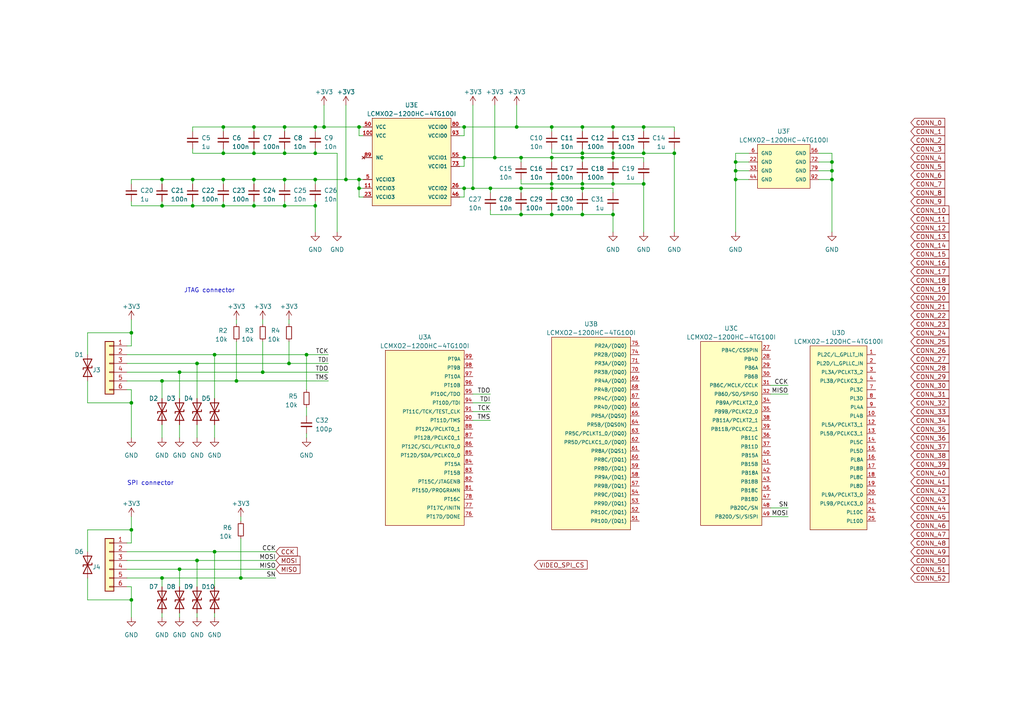
<source format=kicad_sch>
(kicad_sch (version 20220126) (generator eeschema)
  (paper "A4")
  (junction (at 82.55 59.69))
  (junction (at 151.13 54.61))
  (junction (at 38.1 173.99))
  (junction (at 177.8 62.23))
  (junction (at 186.69 36.83))
  (junction (at 64.77 59.69))
  (junction (at 160.02 45.72))
  (junction (at 82.55 44.45))
  (junction (at 134.62 36.83))
  (junction (at 241.3 49.53))
  (junction (at 195.58 44.45))
  (junction (at 91.44 59.69))
  (junction (at 62.23 160.02))
  (junction (at 55.88 52.07))
  (junction (at 46.99 52.07))
  (junction (at 55.88 59.69))
  (junction (at 160.02 54.61))
  (junction (at 82.55 52.07))
  (junction (at 64.77 44.45))
  (junction (at 100.33 52.07))
  (junction (at 46.99 59.69))
  (junction (at 73.66 44.45))
  (junction (at 91.44 52.07))
  (junction (at 46.99 167.64))
  (junction (at 168.91 54.61))
  (junction (at 160.02 62.23))
  (junction (at 142.24 54.61))
  (junction (at 168.91 44.45))
  (junction (at 57.15 162.56))
  (junction (at 91.44 36.83))
  (junction (at 160.02 53.34))
  (junction (at 241.3 46.99))
  (junction (at 83.82 105.41))
  (junction (at 177.8 45.72))
  (junction (at 213.36 52.07))
  (junction (at 46.99 110.49))
  (junction (at 134.62 45.72))
  (junction (at 213.36 49.53))
  (junction (at 64.77 36.83))
  (junction (at 143.51 45.72))
  (junction (at 82.55 36.83))
  (junction (at 73.66 36.83))
  (junction (at 168.91 36.83))
  (junction (at 151.13 45.72))
  (junction (at 137.16 54.61))
  (junction (at 73.66 59.69))
  (junction (at 69.85 167.64))
  (junction (at 104.14 36.83))
  (junction (at 149.86 36.83))
  (junction (at 168.91 45.72))
  (junction (at 151.13 62.23))
  (junction (at 62.23 102.87))
  (junction (at 38.1 153.67))
  (junction (at 134.62 54.61))
  (junction (at 186.69 53.34))
  (junction (at 68.58 110.49))
  (junction (at 177.8 53.34))
  (junction (at 186.69 44.45))
  (junction (at 241.3 52.07))
  (junction (at 52.07 107.95))
  (junction (at 168.91 53.34))
  (junction (at 38.1 96.52))
  (junction (at 160.02 36.83))
  (junction (at 104.14 54.61))
  (junction (at 52.07 165.1))
  (junction (at 177.8 44.45))
  (junction (at 104.14 52.07))
  (junction (at 64.77 52.07))
  (junction (at 93.98 36.83))
  (junction (at 73.66 52.07))
  (junction (at 91.44 44.45))
  (junction (at 177.8 36.83))
  (junction (at 88.9 102.87))
  (junction (at 168.91 62.23))
  (junction (at 76.2 107.95))
  (junction (at 213.36 46.99))
  (junction (at 38.1 116.84))
  (junction (at 57.15 105.41))
  (wire (pts (xy 57.15 105.41) (xy 57.15 115.57)))
  (wire (pts (xy 38.1 153.67) (xy 38.1 157.48)))
  (wire (pts (xy 25.4 160.02) (xy 25.4 153.67)))
  (wire (pts (xy 38.1 170.18) (xy 36.83 170.18)))
  (wire (pts (xy 73.66 36.83) (xy 73.66 38.1)))
  (wire (pts (xy 134.62 45.72) (xy 143.51 45.72)))
  (wire (pts (xy 186.69 36.83) (xy 195.58 36.83)))
  (wire (pts (xy 91.44 59.69) (xy 82.55 59.69)))
  (wire (pts (xy 46.99 52.07) (xy 46.99 53.34)))
  (wire (pts (xy 104.14 52.07) (xy 104.14 54.61)))
  (wire (pts (xy 213.36 44.45) (xy 217.17 44.45)))
  (wire (pts (xy 137.16 121.92) (xy 142.24 121.92)))
  (wire (pts (xy 36.83 162.56) (xy 57.15 162.56)))
  (wire (pts (xy 68.58 99.06) (xy 68.58 110.49)))
  (wire (pts (xy 241.3 52.07) (xy 241.3 67.31)))
  (wire (pts (xy 213.36 49.53) (xy 213.36 52.07)))
  (wire (pts (xy 97.79 44.45) (xy 97.79 67.31)))
  (wire (pts (xy 82.55 58.42) (xy 82.55 59.69)))
  (wire (pts (xy 168.91 45.72) (xy 168.91 46.99)))
  (wire (pts (xy 46.99 123.19) (xy 46.99 127)))
  (wire (pts (xy 69.85 156.21) (xy 69.85 167.64)))
  (wire (pts (xy 25.4 96.52) (xy 38.1 96.52)))
  (wire (pts (xy 88.9 102.87) (xy 88.9 113.03)))
  (wire (pts (xy 38.1 149.86) (xy 38.1 153.67)))
  (wire (pts (xy 186.69 44.45) (xy 195.58 44.45)))
  (wire (pts (xy 186.69 53.34) (xy 186.69 67.31)))
  (wire (pts (xy 223.52 111.76) (xy 228.6 111.76)))
  (wire (pts (xy 134.62 54.61) (xy 134.62 57.15)))
  (wire (pts (xy 55.88 59.69) (xy 46.99 59.69)))
  (wire (pts (xy 186.69 43.18) (xy 186.69 44.45)))
  (wire (pts (xy 160.02 36.83) (xy 160.02 38.1)))
  (wire (pts (xy 62.23 177.8) (xy 62.23 179.07)))
  (wire (pts (xy 177.8 54.61) (xy 177.8 55.88)))
  (wire (pts (xy 91.44 43.18) (xy 91.44 44.45)))
  (wire (pts (xy 55.88 58.42) (xy 55.88 59.69)))
  (wire (pts (xy 143.51 45.72) (xy 151.13 45.72)))
  (wire (pts (xy 64.77 36.83) (xy 64.77 38.1)))
  (wire (pts (xy 64.77 59.69) (xy 55.88 59.69)))
  (wire (pts (xy 177.8 36.83) (xy 177.8 38.1)))
  (wire (pts (xy 137.16 30.48) (xy 137.16 54.61)))
  (wire (pts (xy 241.3 44.45) (xy 237.49 44.45)))
  (wire (pts (xy 88.9 125.73) (xy 88.9 127)))
  (wire (pts (xy 168.91 62.23) (xy 177.8 62.23)))
  (wire (pts (xy 36.83 165.1) (xy 52.07 165.1)))
  (wire (pts (xy 149.86 30.48) (xy 149.86 36.83)))
  (wire (pts (xy 25.4 102.87) (xy 25.4 96.52)))
  (wire (pts (xy 168.91 43.18) (xy 168.91 44.45)))
  (wire (pts (xy 62.23 102.87) (xy 62.23 115.57)))
  (wire (pts (xy 213.36 44.45) (xy 213.36 46.99)))
  (wire (pts (xy 83.82 105.41) (xy 95.25 105.41)))
  (wire (pts (xy 36.83 107.95) (xy 52.07 107.95)))
  (wire (pts (xy 223.52 114.3) (xy 228.6 114.3)))
  (wire (pts (xy 57.15 105.41) (xy 83.82 105.41)))
  (wire (pts (xy 105.41 39.37) (xy 104.14 39.37)))
  (wire (pts (xy 64.77 43.18) (xy 64.77 44.45)))
  (wire (pts (xy 241.3 49.53) (xy 237.49 49.53)))
  (wire (pts (xy 38.1 157.48) (xy 36.83 157.48)))
  (wire (pts (xy 104.14 54.61) (xy 104.14 57.15)))
  (wire (pts (xy 82.55 36.83) (xy 73.66 36.83)))
  (wire (pts (xy 25.4 167.64) (xy 25.4 173.99)))
  (wire (pts (xy 68.58 110.49) (xy 95.25 110.49)))
  (wire (pts (xy 91.44 52.07) (xy 82.55 52.07)))
  (wire (pts (xy 38.1 173.99) (xy 38.1 179.07)))
  (wire (pts (xy 168.91 54.61) (xy 177.8 54.61)))
  (wire (pts (xy 151.13 60.96) (xy 151.13 62.23)))
  (wire (pts (xy 168.91 54.61) (xy 168.91 55.88)))
  (wire (pts (xy 64.77 58.42) (xy 64.77 59.69)))
  (wire (pts (xy 177.8 62.23) (xy 177.8 67.31)))
  (wire (pts (xy 104.14 39.37) (xy 104.14 36.83)))
  (wire (pts (xy 160.02 45.72) (xy 168.91 45.72)))
  (wire (pts (xy 73.66 52.07) (xy 64.77 52.07)))
  (wire (pts (xy 151.13 54.61) (xy 151.13 55.88)))
  (wire (pts (xy 55.88 36.83) (xy 55.88 38.1)))
  (wire (pts (xy 25.4 116.84) (xy 38.1 116.84)))
  (wire (pts (xy 46.99 177.8) (xy 46.99 179.07)))
  (wire (pts (xy 168.91 45.72) (xy 177.8 45.72)))
  (wire (pts (xy 55.88 44.45) (xy 55.88 43.18)))
  (wire (pts (xy 134.62 48.26) (xy 134.62 45.72)))
  (wire (pts (xy 57.15 177.8) (xy 57.15 179.07)))
  (wire (pts (xy 137.16 119.38) (xy 142.24 119.38)))
  (wire (pts (xy 168.91 44.45) (xy 177.8 44.45)))
  (wire (pts (xy 213.36 46.99) (xy 217.17 46.99)))
  (wire (pts (xy 62.23 160.02) (xy 62.23 170.18)))
  (wire (pts (xy 62.23 123.19) (xy 62.23 127)))
  (wire (pts (xy 38.1 170.18) (xy 38.1 173.99)))
  (wire (pts (xy 38.1 59.69) (xy 38.1 58.42)))
  (wire (pts (xy 142.24 54.61) (xy 151.13 54.61)))
  (wire (pts (xy 241.3 46.99) (xy 237.49 46.99)))
  (wire (pts (xy 143.51 30.48) (xy 143.51 45.72)))
  (wire (pts (xy 46.99 110.49) (xy 46.99 115.57)))
  (wire (pts (xy 168.91 36.83) (xy 168.91 38.1)))
  (wire (pts (xy 149.86 36.83) (xy 160.02 36.83)))
  (wire (pts (xy 104.14 54.61) (xy 105.41 54.61)))
  (wire (pts (xy 100.33 30.48) (xy 100.33 52.07)))
  (wire (pts (xy 80.01 165.1) (xy 52.07 165.1)))
  (wire (pts (xy 137.16 54.61) (xy 142.24 54.61)))
  (wire (pts (xy 38.1 113.03) (xy 38.1 116.84)))
  (wire (pts (xy 76.2 107.95) (xy 95.25 107.95)))
  (wire (pts (xy 36.83 110.49) (xy 46.99 110.49)))
  (wire (pts (xy 25.4 110.49) (xy 25.4 116.84)))
  (wire (pts (xy 195.58 36.83) (xy 195.58 38.1)))
  (wire (pts (xy 195.58 44.45) (xy 195.58 43.18)))
  (wire (pts (xy 76.2 99.06) (xy 76.2 107.95)))
  (wire (pts (xy 46.99 52.07) (xy 38.1 52.07)))
  (wire (pts (xy 133.35 48.26) (xy 134.62 48.26)))
  (wire (pts (xy 134.62 39.37) (xy 134.62 36.83)))
  (wire (pts (xy 38.1 92.71) (xy 38.1 96.52)))
  (wire (pts (xy 91.44 36.83) (xy 93.98 36.83)))
  (wire (pts (xy 93.98 36.83) (xy 104.14 36.83)))
  (wire (pts (xy 160.02 60.96) (xy 160.02 62.23)))
  (wire (pts (xy 55.88 52.07) (xy 46.99 52.07)))
  (wire (pts (xy 69.85 167.64) (xy 46.99 167.64)))
  (wire (pts (xy 213.36 49.53) (xy 217.17 49.53)))
  (wire (pts (xy 64.77 36.83) (xy 55.88 36.83)))
  (wire (pts (xy 137.16 114.3) (xy 142.24 114.3)))
  (wire (pts (xy 100.33 52.07) (xy 104.14 52.07)))
  (wire (pts (xy 142.24 54.61) (xy 142.24 55.88)))
  (wire (pts (xy 52.07 123.19) (xy 52.07 127)))
  (wire (pts (xy 160.02 45.72) (xy 160.02 46.99)))
  (wire (pts (xy 52.07 177.8) (xy 52.07 179.07)))
  (wire (pts (xy 151.13 53.34) (xy 160.02 53.34)))
  (wire (pts (xy 73.66 59.69) (xy 64.77 59.69)))
  (wire (pts (xy 38.1 116.84) (xy 38.1 127)))
  (wire (pts (xy 52.07 107.95) (xy 76.2 107.95)))
  (wire (pts (xy 133.35 45.72) (xy 134.62 45.72)))
  (wire (pts (xy 160.02 53.34) (xy 168.91 53.34)))
  (wire (pts (xy 168.91 60.96) (xy 168.91 62.23)))
  (wire (pts (xy 241.3 44.45) (xy 241.3 46.99)))
  (wire (pts (xy 177.8 53.34) (xy 186.69 53.34)))
  (wire (pts (xy 73.66 36.83) (xy 64.77 36.83)))
  (wire (pts (xy 241.3 52.07) (xy 237.49 52.07)))
  (wire (pts (xy 73.66 52.07) (xy 73.66 53.34)))
  (wire (pts (xy 168.91 52.07) (xy 168.91 53.34)))
  (wire (pts (xy 151.13 54.61) (xy 160.02 54.61)))
  (wire (pts (xy 241.3 46.99) (xy 241.3 49.53)))
  (wire (pts (xy 25.4 173.99) (xy 38.1 173.99)))
  (wire (pts (xy 82.55 59.69) (xy 73.66 59.69)))
  (wire (pts (xy 160.02 43.18) (xy 160.02 44.45)))
  (wire (pts (xy 151.13 52.07) (xy 151.13 53.34)))
  (wire (pts (xy 46.99 58.42) (xy 46.99 59.69)))
  (wire (pts (xy 213.36 52.07) (xy 217.17 52.07)))
  (wire (pts (xy 80.01 167.64) (xy 69.85 167.64)))
  (wire (pts (xy 177.8 44.45) (xy 186.69 44.45)))
  (wire (pts (xy 177.8 43.18) (xy 177.8 44.45)))
  (wire (pts (xy 25.4 153.67) (xy 38.1 153.67)))
  (wire (pts (xy 64.77 52.07) (xy 64.77 53.34)))
  (wire (pts (xy 91.44 52.07) (xy 91.44 53.34)))
  (wire (pts (xy 133.35 57.15) (xy 134.62 57.15)))
  (wire (pts (xy 160.02 54.61) (xy 168.91 54.61)))
  (wire (pts (xy 52.07 107.95) (xy 52.07 115.57)))
  (wire (pts (xy 64.77 44.45) (xy 55.88 44.45)))
  (wire (pts (xy 38.1 113.03) (xy 36.83 113.03)))
  (wire (pts (xy 142.24 60.96) (xy 142.24 62.23)))
  (wire (pts (xy 91.44 44.45) (xy 82.55 44.45)))
  (wire (pts (xy 36.83 105.41) (xy 57.15 105.41)))
  (wire (pts (xy 133.35 36.83) (xy 134.62 36.83)))
  (wire (pts (xy 76.2 92.71) (xy 76.2 93.98)))
  (wire (pts (xy 68.58 92.71) (xy 68.58 93.98)))
  (wire (pts (xy 186.69 36.83) (xy 186.69 38.1)))
  (wire (pts (xy 57.15 162.56) (xy 57.15 170.18)))
  (wire (pts (xy 213.36 52.07) (xy 213.36 67.31)))
  (wire (pts (xy 62.23 102.87) (xy 88.9 102.87)))
  (wire (pts (xy 91.44 36.83) (xy 91.44 38.1)))
  (wire (pts (xy 168.91 53.34) (xy 177.8 53.34)))
  (wire (pts (xy 133.35 39.37) (xy 134.62 39.37)))
  (wire (pts (xy 177.8 62.23) (xy 177.8 60.96)))
  (wire (pts (xy 73.66 43.18) (xy 73.66 44.45)))
  (wire (pts (xy 52.07 165.1) (xy 52.07 170.18)))
  (wire (pts (xy 134.62 54.61) (xy 137.16 54.61)))
  (wire (pts (xy 82.55 36.83) (xy 82.55 38.1)))
  (wire (pts (xy 186.69 45.72) (xy 186.69 46.99)))
  (wire (pts (xy 177.8 36.83) (xy 186.69 36.83)))
  (wire (pts (xy 91.44 52.07) (xy 100.33 52.07)))
  (wire (pts (xy 82.55 43.18) (xy 82.55 44.45)))
  (wire (pts (xy 195.58 44.45) (xy 195.58 67.31)))
  (wire (pts (xy 160.02 36.83) (xy 168.91 36.83)))
  (wire (pts (xy 168.91 36.83) (xy 177.8 36.83)))
  (wire (pts (xy 177.8 52.07) (xy 177.8 53.34)))
  (wire (pts (xy 82.55 52.07) (xy 82.55 53.34)))
  (wire (pts (xy 88.9 118.11) (xy 88.9 120.65)))
  (wire (pts (xy 151.13 45.72) (xy 160.02 45.72)))
  (wire (pts (xy 82.55 52.07) (xy 73.66 52.07)))
  (wire (pts (xy 134.62 36.83) (xy 149.86 36.83)))
  (wire (pts (xy 137.16 116.84) (xy 142.24 116.84)))
  (wire (pts (xy 38.1 100.33) (xy 36.83 100.33)))
  (wire (pts (xy 46.99 110.49) (xy 68.58 110.49)))
  (wire (pts (xy 83.82 99.06) (xy 83.82 105.41)))
  (wire (pts (xy 82.55 44.45) (xy 73.66 44.45)))
  (wire (pts (xy 88.9 102.87) (xy 95.25 102.87)))
  (wire (pts (xy 160.02 44.45) (xy 168.91 44.45)))
  (wire (pts (xy 91.44 59.69) (xy 91.44 67.31)))
  (wire (pts (xy 80.01 160.02) (xy 62.23 160.02)))
  (wire (pts (xy 80.01 162.56) (xy 57.15 162.56)))
  (wire (pts (xy 151.13 45.72) (xy 151.13 46.99)))
  (wire (pts (xy 133.35 54.61) (xy 134.62 54.61)))
  (wire (pts (xy 46.99 167.64) (xy 46.99 170.18)))
  (wire (pts (xy 36.83 102.87) (xy 62.23 102.87)))
  (wire (pts (xy 69.85 149.86) (xy 69.85 151.13)))
  (wire (pts (xy 160.02 54.61) (xy 160.02 55.88)))
  (wire (pts (xy 223.52 149.86) (xy 228.6 149.86)))
  (wire (pts (xy 64.77 52.07) (xy 55.88 52.07)))
  (wire (pts (xy 57.15 123.19) (xy 57.15 127)))
  (wire (pts (xy 105.41 52.07) (xy 104.14 52.07)))
  (wire (pts (xy 177.8 45.72) (xy 177.8 46.99)))
  (wire (pts (xy 55.88 52.07) (xy 55.88 53.34)))
  (wire (pts (xy 93.98 30.48) (xy 93.98 36.83)))
  (wire (pts (xy 223.52 147.32) (xy 228.6 147.32)))
  (wire (pts (xy 177.8 45.72) (xy 186.69 45.72)))
  (wire (pts (xy 62.23 160.02) (xy 36.83 160.02)))
  (wire (pts (xy 91.44 58.42) (xy 91.44 59.69)))
  (wire (pts (xy 38.1 52.07) (xy 38.1 53.34)))
  (wire (pts (xy 73.66 44.45) (xy 64.77 44.45)))
  (wire (pts (xy 142.24 62.23) (xy 151.13 62.23)))
  (wire (pts (xy 105.41 57.15) (xy 104.14 57.15)))
  (wire (pts (xy 160.02 52.07) (xy 160.02 53.34)))
  (wire (pts (xy 83.82 92.71) (xy 83.82 93.98)))
  (wire (pts (xy 97.79 44.45) (xy 91.44 44.45)))
  (wire (pts (xy 73.66 58.42) (xy 73.66 59.69)))
  (wire (pts (xy 38.1 96.52) (xy 38.1 100.33)))
  (wire (pts (xy 151.13 62.23) (xy 160.02 62.23)))
  (wire (pts (xy 213.36 46.99) (xy 213.36 49.53)))
  (wire (pts (xy 105.41 36.83) (xy 104.14 36.83)))
  (wire (pts (xy 36.83 167.64) (xy 46.99 167.64)))
  (wire (pts (xy 241.3 49.53) (xy 241.3 52.07)))
  (wire (pts (xy 186.69 53.34) (xy 186.69 52.07)))
  (wire (pts (xy 91.44 36.83) (xy 82.55 36.83)))
  (wire (pts (xy 46.99 59.69) (xy 38.1 59.69)))
  (wire (pts (xy 160.02 62.23) (xy 168.91 62.23)))
  (text "JTAG connector" (at 53.34 85.09 0) (effects (font (size 1.27 1.27)) (justify left bottom)))
  (text "SPI connector" (at 36.83 140.97 0) (effects (font (size 1.27 1.27)) (justify left bottom)))
  (label "CCK" (at 80.01 160.02 0))
  (label "MOSI" (at 228.6 149.86 0))
  (label "TDI" (at 95.25 105.41 0))
  (label "TCK" (at 95.25 102.87 0))
  (label "TDI" (at 142.24 116.84 0))
  (label "SN" (at 80.01 167.64 0))
  (label "CCK" (at 228.6 111.76 0))
  (label "TMS" (at 142.24 121.92 0))
  (label "MISO" (at 228.6 114.3 0))
  (label "TDO" (at 142.24 114.3 0))
  (label "MOSI" (at 80.01 162.56 0))
  (label "TMS" (at 95.25 110.49 0))
  (label "SN" (at 228.6 147.32 0))
  (label "TDO" (at 95.25 107.95 0))
  (label "MISO" (at 80.01 165.1 0))
  (label "TCK" (at 142.24 119.38 0))
  (global_label "CONN_22" (shape input) (at 264.16 91.44 0) (property "Intersheet References" "${INTERSHEET_REFS}" (at 276.4912 91.3606 0) (effects (justify left))))
  (global_label "CONN_7" (shape input) (at 264.16 53.34 0) (property "Intersheet References" "${INTERSHEET_REFS}" (at 274.0117 53.2606 0) (effects (justify left))))
  (global_label "CONN_28" (shape input) (at 264.16 106.68 0) (property "Intersheet References" "${INTERSHEET_REFS}" (at 276.4912 106.6006 0) (effects (justify left))))
  (global_label "CONN_10" (shape input) (at 264.16 60.96 0) (property "Intersheet References" "${INTERSHEET_REFS}" (at 276.4912 60.8806 0) (effects (justify left))))
  (global_label "CONN_50" (shape input) (at 264.16 162.56 0) (property "Intersheet References" "${INTERSHEET_REFS}" (at 276.4912 162.4806 0) (effects (justify left))))
  (global_label "CONN_27" (shape input) (at 264.16 104.14 0) (property "Intersheet References" "${INTERSHEET_REFS}" (at 276.4912 104.0606 0) (effects (justify left))))
  (global_label "CONN_8" (shape input) (at 264.16 55.88 0) (property "Intersheet References" "${INTERSHEET_REFS}" (at 274.0117 55.8006 0) (effects (justify left))))
  (global_label "CONN_42" (shape input) (at 264.16 142.24 0) (property "Intersheet References" "${INTERSHEET_REFS}" (at 276.4912 142.1606 0) (effects (justify left))))
  (global_label "CONN_41" (shape input) (at 264.16 139.7 0) (property "Intersheet References" "${INTERSHEET_REFS}" (at 276.4912 139.6206 0) (effects (justify left))))
  (global_label "CONN_25" (shape input) (at 264.16 99.06 0) (property "Intersheet References" "${INTERSHEET_REFS}" (at 276.4912 98.9806 0) (effects (justify left))))
  (global_label "CONN_18" (shape input) (at 264.16 81.28 0) (property "Intersheet References" "${INTERSHEET_REFS}" (at 276.4912 81.2006 0) (effects (justify left))))
  (global_label "CONN_24" (shape input) (at 264.16 96.52 0) (property "Intersheet References" "${INTERSHEET_REFS}" (at 276.4912 96.4406 0) (effects (justify left))))
  (global_label "CONN_5" (shape input) (at 264.16 48.26 0) (property "Intersheet References" "${INTERSHEET_REFS}" (at 274.0117 48.1806 0) (effects (justify left))))
  (global_label "CONN_33" (shape input) (at 264.16 119.38 0) (property "Intersheet References" "${INTERSHEET_REFS}" (at 276.4912 119.3006 0) (effects (justify left))))
  (global_label "CONN_31" (shape input) (at 264.16 114.3 0) (property "Intersheet References" "${INTERSHEET_REFS}" (at 276.4912 114.2206 0) (effects (justify left))))
  (global_label "CONN_38" (shape input) (at 264.16 132.08 0) (property "Intersheet References" "${INTERSHEET_REFS}" (at 276.4912 132.0006 0) (effects (justify left))))
  (global_label "CONN_26" (shape input) (at 264.16 101.6 0) (property "Intersheet References" "${INTERSHEET_REFS}" (at 276.4912 101.5206 0) (effects (justify left))))
  (global_label "CONN_6" (shape input) (at 264.16 50.8 0) (property "Intersheet References" "${INTERSHEET_REFS}" (at 274.0117 50.7206 0) (effects (justify left))))
  (global_label "CONN_12" (shape input) (at 264.16 66.04 0) (property "Intersheet References" "${INTERSHEET_REFS}" (at 276.4912 65.9606 0) (effects (justify left))))
  (global_label "CONN_44" (shape input) (at 264.16 147.32 0) (property "Intersheet References" "${INTERSHEET_REFS}" (at 276.4912 147.2406 0) (effects (justify left))))
  (global_label "CONN_36" (shape input) (at 264.16 127 0) (property "Intersheet References" "${INTERSHEET_REFS}" (at 276.4912 126.9206 0) (effects (justify left))))
  (global_label "CONN_35" (shape input) (at 264.16 124.46 0) (property "Intersheet References" "${INTERSHEET_REFS}" (at 276.4912 124.3806 0) (effects (justify left))))
  (global_label "CONN_13" (shape input) (at 264.16 68.58 0) (property "Intersheet References" "${INTERSHEET_REFS}" (at 276.4912 68.5006 0) (effects (justify left))))
  (global_label "CONN_49" (shape input) (at 264.16 160.02 0) (property "Intersheet References" "${INTERSHEET_REFS}" (at 276.4912 159.9406 0) (effects (justify left))))
  (global_label "CONN_51" (shape input) (at 264.16 165.1 0) (property "Intersheet References" "${INTERSHEET_REFS}" (at 276.4912 165.0206 0) (effects (justify left))))
  (global_label "MISO" (shape input) (at 80.01 165.1 0) (property "Intersheetrefs" "${INTERSHEET_REFS}" (at 87.4483 165.1 0) (effects (justify left))))
  (global_label "CONN_11" (shape input) (at 264.16 63.5 0) (property "Intersheet References" "${INTERSHEET_REFS}" (at 276.4912 63.4206 0) (effects (justify left))))
  (global_label "CONN_37" (shape input) (at 264.16 129.54 0) (property "Intersheet References" "${INTERSHEET_REFS}" (at 276.4912 129.4606 0) (effects (justify left))))
  (global_label "CONN_47" (shape input) (at 264.16 154.94 0) (property "Intersheet References" "${INTERSHEET_REFS}" (at 276.4912 154.8606 0) (effects (justify left))))
  (global_label "CONN_14" (shape input) (at 264.16 71.12 0) (property "Intersheet References" "${INTERSHEET_REFS}" (at 276.4912 71.0406 0) (effects (justify left))))
  (global_label "CONN_20" (shape input) (at 264.16 86.36 0) (property "Intersheet References" "${INTERSHEET_REFS}" (at 276.4912 86.2806 0) (effects (justify left))))
  (global_label "CONN_16" (shape input) (at 264.16 76.2 0) (property "Intersheet References" "${INTERSHEET_REFS}" (at 276.4912 76.1206 0) (effects (justify left))))
  (global_label "CONN_4" (shape input) (at 264.16 45.72 0) (property "Intersheet References" "${INTERSHEET_REFS}" (at 274.0117 45.6406 0) (effects (justify left))))
  (global_label "CONN_17" (shape input) (at 264.16 78.74 0) (property "Intersheet References" "${INTERSHEET_REFS}" (at 276.4912 78.6606 0) (effects (justify left))))
  (global_label "CONN_40" (shape input) (at 264.16 137.16 0) (property "Intersheet References" "${INTERSHEET_REFS}" (at 276.4912 137.0806 0) (effects (justify left))))
  (global_label "MOSI" (shape input) (at 80.01 162.56 0) (property "Intersheetrefs" "${INTERSHEET_REFS}" (at 87.4483 162.56 0) (effects (justify left))))
  (global_label "CONN_32" (shape input) (at 264.16 116.84 0) (property "Intersheet References" "${INTERSHEET_REFS}" (at 276.4912 116.7606 0) (effects (justify left))))
  (global_label "CONN_9" (shape input) (at 264.16 58.42 0) (property "Intersheet References" "${INTERSHEET_REFS}" (at 274.0117 58.3406 0) (effects (justify left))))
  (global_label "CONN_15" (shape input) (at 264.16 73.66 0) (property "Intersheet References" "${INTERSHEET_REFS}" (at 276.4912 73.5806 0) (effects (justify left))))
  (global_label "CONN_43" (shape input) (at 264.16 144.78 0) (property "Intersheet References" "${INTERSHEET_REFS}" (at 276.4912 144.7006 0) (effects (justify left))))
  (global_label "CONN_45" (shape input) (at 264.16 149.86 0) (property "Intersheet References" "${INTERSHEET_REFS}" (at 276.4912 149.7806 0) (effects (justify left))))
  (global_label "CONN_1" (shape input) (at 264.16 38.1 0) (property "Intersheet References" "${INTERSHEET_REFS}" (at 274.0117 38.0206 0) (effects (justify left))))
  (global_label "CONN_39" (shape input) (at 264.16 134.62 0) (property "Intersheet References" "${INTERSHEET_REFS}" (at 276.4912 134.5406 0) (effects (justify left))))
  (global_label "CONN_34" (shape input) (at 264.16 121.92 0) (property "Intersheet References" "${INTERSHEET_REFS}" (at 276.4912 121.8406 0) (effects (justify left))))
  (global_label "CONN_23" (shape input) (at 264.16 93.98 0) (property "Intersheet References" "${INTERSHEET_REFS}" (at 276.4912 93.9006 0) (effects (justify left))))
  (global_label "CONN_19" (shape input) (at 264.16 83.82 0) (property "Intersheet References" "${INTERSHEET_REFS}" (at 276.4912 83.7406 0) (effects (justify left))))
  (global_label "CCK" (shape input) (at 80.01 160.02 0) (property "Intersheetrefs" "${INTERSHEET_REFS}" (at 86.6621 160.02 0) (effects (justify left))))
  (global_label "CONN_0" (shape input) (at 264.16 35.56 0) (property "Intersheet References" "${INTERSHEET_REFS}" (at 274.0117 35.4806 0) (effects (justify left))))
  (global_label "CONN_30" (shape input) (at 264.16 111.76 0) (property "Intersheet References" "${INTERSHEET_REFS}" (at 276.4912 111.6806 0) (effects (justify left))))
  (global_label "CONN_2" (shape input) (at 264.16 40.64 0) (property "Intersheet References" "${INTERSHEET_REFS}" (at 274.0117 40.5606 0) (effects (justify left))))
  (global_label "CONN_52" (shape input) (at 264.16 167.64 0) (property "Intersheet References" "${INTERSHEET_REFS}" (at 276.4912 167.5606 0) (effects (justify left))))
  (global_label "CONN_3" (shape input) (at 264.16 43.18 0) (property "Intersheet References" "${INTERSHEET_REFS}" (at 274.0117 43.1006 0) (effects (justify left))))
  (global_label "CONN_48" (shape input) (at 264.16 157.48 0) (property "Intersheet References" "${INTERSHEET_REFS}" (at 276.4912 157.4006 0) (effects (justify left))))
  (global_label "CONN_46" (shape input) (at 264.16 152.4 0) (property "Intersheet References" "${INTERSHEET_REFS}" (at 276.4912 152.3206 0) (effects (justify left))))
  (global_label "VIDEO_SPI_CS" (shape input) (at 154.94 163.83 0) (property "Intersheetrefs" "${INTERSHEET_REFS}" (at 170.724 163.83 0) (effects (justify left))))
  (global_label "CONN_29" (shape input) (at 264.16 109.22 0) (property "Intersheet References" "${INTERSHEET_REFS}" (at 276.4912 109.1406 0) (effects (justify left))))
  (global_label "CONN_21" (shape input) (at 264.16 88.9 0) (property "Intersheet References" "${INTERSHEET_REFS}" (at 276.4912 88.8206 0) (effects (justify left))))
  (symbol (lib_id "power:GND") (at 38.1 179.07 0) (mirror y) (unit 1)
    (property "Reference" "#PWR036" (effects hide))
    (property "Value" "GND" (at 38.1 184.15 0))
  )
  (symbol (lib_id "Device:R_Small") (at 88.9 115.57 0) (mirror y) (unit 1)
    (property "Reference" "R5" (at 86.36 114.935 0) (effects (justify left)))
    (property "Value" "10k" (at 86.36 117.475 0) (effects (justify left)))
    (property "Footprint" "Resistor_SMD:R_0603_1608Metric" (effects hide))
    (property "Part Number" "RC0603JR-0710KL" (effects hide))
  )
  (symbol (lib_id "power:+3V3") (at 83.82 92.71 0) (mirror y) (unit 1)
    (property "Reference" "#PWR027" (effects hide))
    (property "Value" "+3V3" (at 83.82 88.9 0))
  )
  (symbol (lib_id "Connector_Generic:Conn_01x06") (at 31.75 162.56 0) (mirror y) (unit 1)
    (property "Reference" "J4" (at 29.21 164.465 0) (effects (justify left)))
    (property "Value" "Conn_01x06" (effects hide))
    (property "Footprint" "Connector:Tag-Connect_TC2030-IDC-NL_2x03_P1.27mm_Vertical" (effects hide))
  )
  (symbol (lib_id "Device:C_Small") (at 177.8 58.42 0) (mirror y) (unit 1)
    (property "Reference" "C31" (at 175.26 57.7913 0) (effects (justify left)))
    (property "Value" "1u" (at 175.26 60.3313 0) (effects (justify left)))
    (property "Footprint" "Capacitor_SMD:C_0805_2012Metric" (effects hide))
    (property "Part Number" "885012207022" (effects hide))
  )
  (symbol (lib_id "Device:C_Small") (at 73.66 55.88 0) (unit 1)
    (property "Reference" "C24" (at 76.2 55.2513 0) (effects (justify left)))
    (property "Value" "10n" (at 76.2 57.7913 0) (effects (justify left)))
    (property "Footprint" "Capacitor_SMD:C_0402_1005Metric" (effects hide))
    (property "Part Number" "C0402C103K5RAC7411" (effects hide))
  )
  (symbol (lib_id "power:GND") (at 52.07 179.07 0) (mirror y) (unit 1)
    (property "Reference" "#PWR038" (effects hide))
    (property "Value" "GND" (at 52.07 184.15 0))
  )
  (symbol (lib_id "Device:C_Small") (at 55.88 55.88 0) (unit 1)
    (property "Reference" "C22" (at 58.42 55.2513 0) (effects (justify left)))
    (property "Value" "100n" (at 58.42 57.7913 0) (effects (justify left)))
    (property "Footprint" "Capacitor_SMD:C_0603_1608Metric" (effects hide))
    (property "Part Number" "EMK107B7104KA-T" (effects hide))
  )
  (symbol (lib_id "Device:D_TVS") (at 46.99 173.99 270) (mirror x) (unit 1)
    (property "Reference" "D7" (at 43.18 170.18 90) (effects (justify left)))
    (property "Value" "D_TVS" (effects hide))
    (property "Footprint" "Diode_SMD:D_0603_1608Metric" (effects hide))
    (property "Part Number" "82356240030" (effects hide))
  )
  (symbol (lib_id "LCMXO2-1200HC-4TG100I:LCMXO2-1200HC-4TG100I") (at 256.54 102.87 0) (unit 4)
    (property "Reference" "U3" (at 243.205 96.52 0))
    (property "Value" "LCMXO2-1200HC-4TG100I" (at 243.205 99.06 0))
    (property "Footprint" "LCMXO2-1200HC-4TG100I:Lattice_Semiconductor-LCMXO2-1200HC-4TG100I-Level_C" (effects hide))
    (property "Code  JEDEC" "MS-026-BED" (effects hide))
    (property "Datasheet Version" "ver01.0, Nov-2010" (effects hide))
    (property "Package Description" "100-Pin Thin Quad Flat Pack (TQFP100)" (effects hide))
    (property "Package Version" "ver02.6, Nov-2010" (effects hide))
    (property "category" "IC" (effects hide))
    (property "ciiva ids" "1115248" (effects hide))
    (property "library id" "86a0ceb683f4f4fa" (effects hide))
    (property "manufacturer" "Lattice Semiconductor" (effects hide))
    (property "package" "TQFP100" (effects hide))
    (property "release date" "1300248911" (effects hide))
    (property "vault revision" "CD2D1118-1EF2-41FA-ACE3-F5220C276589" (effects hide))
    (property "imported" "yes" (effects hide))
    (property "Part Number" "LCMXO2-1200HC-4TG100I" (effects hide))
  )
  (symbol (lib_id "power:+3V3") (at 100.33 30.48 0) (unit 1)
    (property "Reference" "#PWR013" (effects hide))
    (property "Value" "+3V3" (at 100.33 26.67 0))
  )
  (symbol (lib_id "Device:C_Small") (at 46.99 55.88 0) (unit 1)
    (property "Reference" "C21" (at 49.53 55.2513 0) (effects (justify left)))
    (property "Value" "100n" (at 49.53 57.7913 0) (effects (justify left)))
    (property "Footprint" "Capacitor_SMD:C_0603_1608Metric" (effects hide))
    (property "Part Number" "EMK107B7104KA-T" (effects hide))
  )
  (symbol (lib_id "Device:C_Small") (at 82.55 40.64 0) (unit 1)
    (property "Reference" "C8" (at 85.09 40.0113 0) (effects (justify left)))
    (property "Value" "10n" (at 85.09 42.5513 0) (effects (justify left)))
    (property "Footprint" "Capacitor_SMD:C_0402_1005Metric" (effects hide))
    (property "Part Number" "C0402C103K5RAC7411" (effects hide))
  )
  (symbol (lib_id "Device:C_Small") (at 91.44 40.64 0) (unit 1)
    (property "Reference" "C9" (at 93.98 40.0113 0) (effects (justify left)))
    (property "Value" "10n" (at 93.98 42.5513 0) (effects (justify left)))
    (property "Footprint" "Capacitor_SMD:C_0402_1005Metric" (effects hide))
    (property "Part Number" "C0402C103K5RAC7411" (effects hide))
  )
  (symbol (lib_id "LCMXO2-1200HC-4TG100I:LCMXO2-1200HC-4TG100I") (at 214.63 44.45 0) (unit 6)
    (property "Reference" "U3" (at 227.33 38.1 0))
    (property "Value" "LCMXO2-1200HC-4TG100I" (at 227.33 40.64 0))
    (property "Footprint" "LCMXO2-1200HC-4TG100I:Lattice_Semiconductor-LCMXO2-1200HC-4TG100I-Level_C" (effects hide))
    (property "Code  JEDEC" "MS-026-BED" (effects hide))
    (property "Datasheet Version" "ver01.0, Nov-2010" (effects hide))
    (property "Package Description" "100-Pin Thin Quad Flat Pack (TQFP100)" (effects hide))
    (property "Package Version" "ver02.6, Nov-2010" (effects hide))
    (property "category" "IC" (effects hide))
    (property "ciiva ids" "1115248" (effects hide))
    (property "library id" "86a0ceb683f4f4fa" (effects hide))
    (property "manufacturer" "Lattice Semiconductor" (effects hide))
    (property "package" "TQFP100" (effects hide))
    (property "release date" "1300248911" (effects hide))
    (property "vault revision" "CD2D1118-1EF2-41FA-ACE3-F5220C276589" (effects hide))
    (property "imported" "yes" (effects hide))
    (property "Part Number" "LCMXO2-1200HC-4TG100I" (effects hide))
  )
  (symbol (lib_id "power:+3V3") (at 149.86 30.48 0) (unit 1)
    (property "Reference" "#PWR016" (effects hide))
    (property "Value" "+3V3" (at 149.86 26.67 0))
  )
  (symbol (lib_id "power:GND") (at 195.58 67.31 0) (unit 1)
    (property "Reference" "#PWR021" (effects hide))
    (property "Value" "GND" (at 195.58 72.39 0))
  )
  (symbol (lib_id "Device:C_Small") (at 151.13 58.42 0) (mirror y) (unit 1)
    (property "Reference" "C28" (at 148.59 57.7913 0) (effects (justify left)))
    (property "Value" "10n" (at 148.59 60.3313 0) (effects (justify left)))
    (property "Footprint" "Capacitor_SMD:C_0402_1005Metric" (effects hide))
    (property "Part Number" "C0402C103K5RAC7411" (effects hide))
  )
  (symbol (lib_id "Device:C_Small") (at 160.02 58.42 0) (mirror y) (unit 1)
    (property "Reference" "C29" (at 157.48 57.7913 0) (effects (justify left)))
    (property "Value" "100n" (at 157.48 60.3313 0) (effects (justify left)))
    (property "Footprint" "Capacitor_SMD:C_0603_1608Metric" (effects hide))
    (property "Part Number" "EMK107B7104KA-T" (effects hide))
  )
  (symbol (lib_id "power:GND") (at 38.1 127 0) (mirror y) (unit 1)
    (property "Reference" "#PWR028" (effects hide))
    (property "Value" "GND" (at 38.1 132.08 0))
  )
  (symbol (lib_id "Device:C_Small") (at 168.91 58.42 0) (mirror y) (unit 1)
    (property "Reference" "C30" (at 166.37 57.7913 0) (effects (justify left)))
    (property "Value" "100n" (at 166.37 60.3313 0) (effects (justify left)))
    (property "Footprint" "Capacitor_SMD:C_0603_1608Metric" (effects hide))
    (property "Part Number" "EMK107B7104KA-T" (effects hide))
  )
  (symbol (lib_id "Device:C_Small") (at 88.9 123.19 0) (unit 1)
    (property "Reference" "C32" (at 91.44 121.92 0) (effects (justify left)))
    (property "Value" "100p" (at 91.44 124.46 0) (effects (justify left)))
    (property "Footprint" "Capacitor_SMD:C_0402_1005Metric" (effects hide))
    (property "Part Number" "C0402C101J5RACTU" (effects hide))
  )
  (symbol (lib_id "power:GND") (at 46.99 179.07 0) (mirror y) (unit 1)
    (property "Reference" "#PWR037" (effects hide))
    (property "Value" "GND" (at 46.99 184.15 0))
  )
  (symbol (lib_id "power:GND") (at 177.8 67.31 0) (unit 1)
    (property "Reference" "#PWR019" (effects hide))
    (property "Value" "GND" (at 177.8 72.39 0))
  )
  (symbol (lib_id "Device:D_TVS") (at 57.15 119.38 270) (mirror x) (unit 1)
    (property "Reference" "D4" (at 53.34 115.57 90) (effects (justify left)))
    (property "Value" "D_TVS" (effects hide))
    (property "Footprint" "Diode_SMD:D_0603_1608Metric" (effects hide))
    (property "Part Number" "82356240030" (effects hide))
  )
  (symbol (lib_id "Device:C_Small") (at 55.88 40.64 0) (unit 1)
    (property "Reference" "C5" (at 58.42 40.0113 0) (effects (justify left)))
    (property "Value" "1u" (at 58.42 42.5513 0) (effects (justify left)))
    (property "Footprint" "Capacitor_SMD:C_0805_2012Metric" (effects hide))
    (property "Part Number" "885012207022" (effects hide))
  )
  (symbol (lib_id "power:GND") (at 241.3 67.31 0) (mirror y) (unit 1)
    (property "Reference" "#PWR023" (effects hide))
    (property "Value" "GND" (at 241.3 72.39 0))
  )
  (symbol (lib_id "Device:R_Small") (at 68.58 96.52 0) (mirror y) (unit 1)
    (property "Reference" "R2" (at 66.04 95.885 0) (effects (justify left)))
    (property "Value" "10k" (at 66.04 98.425 0) (effects (justify left)))
    (property "Footprint" "Resistor_SMD:R_0603_1608Metric" (effects hide))
    (property "Part Number" "RC0603JR-0710KL" (effects hide))
  )
  (symbol (lib_id "power:GND") (at 52.07 127 0) (mirror y) (unit 1)
    (property "Reference" "#PWR030" (effects hide))
    (property "Value" "GND" (at 52.07 132.08 0))
  )
  (symbol (lib_id "power:GND") (at 186.69 67.31 0) (unit 1)
    (property "Reference" "#PWR020" (effects hide))
    (property "Value" "GND" (at 186.69 72.39 0))
  )
  (symbol (lib_id "Device:D_TVS") (at 25.4 106.68 270) (mirror x) (unit 1)
    (property "Reference" "D1" (at 21.59 102.87 90) (effects (justify left)))
    (property "Value" "D_TVS" (effects hide))
    (property "Footprint" "Diode_SMD:D_0603_1608Metric" (effects hide))
    (property "Part Number" "82356240030" (effects hide))
  )
  (symbol (lib_id "power:GND") (at 57.15 127 0) (mirror y) (unit 1)
    (property "Reference" "#PWR031" (effects hide))
    (property "Value" "GND" (at 57.15 132.08 0))
  )
  (symbol (lib_id "LCMXO2-1200HC-4TG100I:LCMXO2-1200HC-4TG100I") (at 139.7 104.14 0) (unit 1)
    (property "Reference" "U3" (at 123.19 97.79 0))
    (property "Value" "LCMXO2-1200HC-4TG100I" (at 123.19 100.33 0))
    (property "Footprint" "LCMXO2-1200HC-4TG100I:Lattice_Semiconductor-LCMXO2-1200HC-4TG100I-Level_C" (effects hide))
    (property "Code  JEDEC" "MS-026-BED" (effects hide))
    (property "Datasheet Version" "ver01.0, Nov-2010" (effects hide))
    (property "Package Description" "100-Pin Thin Quad Flat Pack (TQFP100)" (effects hide))
    (property "Package Version" "ver02.6, Nov-2010" (effects hide))
    (property "category" "IC" (effects hide))
    (property "ciiva ids" "1115248" (effects hide))
    (property "library id" "86a0ceb683f4f4fa" (effects hide))
    (property "manufacturer" "Lattice Semiconductor" (effects hide))
    (property "package" "TQFP100" (effects hide))
    (property "release date" "1300248911" (effects hide))
    (property "vault revision" "CD2D1118-1EF2-41FA-ACE3-F5220C276589" (effects hide))
    (property "imported" "yes" (effects hide))
    (property "Part Number" "LCMXO2-1200HC-4TG100I" (effects hide))
  )
  (symbol (lib_id "power:+3V3") (at 143.51 30.48 0) (unit 1)
    (property "Reference" "#PWR015" (effects hide))
    (property "Value" "+3V3" (at 143.51 26.67 0))
  )
  (symbol (lib_id "Connector_Generic:Conn_01x06") (at 31.75 105.41 0) (mirror y) (unit 1)
    (property "Reference" "J3" (at 29.21 107.315 0) (effects (justify left)))
    (property "Value" "Conn_01x06" (effects hide))
    (property "Footprint" "Connector:Tag-Connect_TC2030-IDC-NL_2x03_P1.27mm_Vertical" (effects hide))
  )
  (symbol (lib_id "Device:R_Small") (at 76.2 96.52 0) (mirror y) (unit 1)
    (property "Reference" "R3" (at 73.66 95.885 0) (effects (justify left)))
    (property "Value" "10k" (at 73.66 98.425 0) (effects (justify left)))
    (property "Footprint" "Resistor_SMD:R_0603_1608Metric" (effects hide))
    (property "Part Number" "RC0603JR-0710KL" (effects hide))
  )
  (symbol (lib_id "Device:D_TVS") (at 25.4 163.83 270) (mirror x) (unit 1)
    (property "Reference" "D6" (at 21.59 160.02 90) (effects (justify left)))
    (property "Value" "D_TVS" (effects hide))
    (property "Footprint" "Diode_SMD:D_0603_1608Metric" (effects hide))
    (property "Part Number" "82356240030" (effects hide))
  )
  (symbol (lib_id "Device:C_Small") (at 160.02 40.64 0) (mirror y) (unit 1)
    (property "Reference" "C10" (at 157.48 40.0113 0) (effects (justify left)))
    (property "Value" "10n" (at 157.48 42.5513 0) (effects (justify left)))
    (property "Footprint" "Capacitor_SMD:C_0402_1005Metric" (effects hide))
    (property "Part Number" "C0402C103K5RAC7411" (effects hide))
  )
  (symbol (lib_id "power:GND") (at 97.79 67.31 0) (unit 1)
    (property "Reference" "#PWR018" (effects hide))
    (property "Value" "GND" (at 97.79 72.39 0))
  )
  (symbol (lib_id "Device:C_Small") (at 91.44 55.88 0) (unit 1)
    (property "Reference" "C26" (at 93.98 55.2513 0) (effects (justify left)))
    (property "Value" "10n" (at 93.98 57.7913 0) (effects (justify left)))
    (property "Footprint" "Capacitor_SMD:C_0402_1005Metric" (effects hide))
    (property "Part Number" "C0402C103K5RAC7411" (effects hide))
  )
  (symbol (lib_id "Device:C_Small") (at 177.8 49.53 0) (mirror y) (unit 1)
    (property "Reference" "C18" (at 175.26 48.9013 0) (effects (justify left)))
    (property "Value" "100n" (at 175.26 51.4413 0) (effects (justify left)))
    (property "Footprint" "Capacitor_SMD:C_0603_1608Metric" (effects hide))
    (property "Part Number" "EMK107B7104KA-T" (effects hide))
  )
  (symbol (lib_id "power:+3V3") (at 38.1 92.71 0) (mirror y) (unit 1)
    (property "Reference" "#PWR024" (effects hide))
    (property "Value" "+3V3" (at 38.1 88.9 0))
  )
  (symbol (lib_id "power:GND") (at 88.9 127 0) (mirror y) (unit 1)
    (property "Reference" "#PWR033" (effects hide))
    (property "Value" "GND" (at 88.9 132.08 0))
  )
  (symbol (lib_id "Device:D_TVS") (at 62.23 119.38 270) (mirror x) (unit 1)
    (property "Reference" "D5" (at 58.42 115.57 90) (effects (justify left)))
    (property "Value" "D_TVS" (effects hide))
    (property "Footprint" "Diode_SMD:D_0603_1608Metric" (effects hide))
    (property "Part Number" "82356240030" (effects hide))
  )
  (symbol (lib_id "power:+3V3") (at 137.16 30.48 0) (unit 1)
    (property "Reference" "#PWR014" (effects hide))
    (property "Value" "+3V3" (at 137.16 26.67 0))
  )
  (symbol (lib_id "Device:C_Small") (at 64.77 40.64 0) (unit 1)
    (property "Reference" "C6" (at 67.31 40.0113 0) (effects (justify left)))
    (property "Value" "100n" (at 67.31 42.5513 0) (effects (justify left)))
    (property "Footprint" "Capacitor_SMD:C_0603_1608Metric" (effects hide))
    (property "Part Number" "EMK107B7104KA-T" (effects hide))
  )
  (symbol (lib_id "power:GND") (at 46.99 127 0) (mirror y) (unit 1)
    (property "Reference" "#PWR029" (effects hide))
    (property "Value" "GND" (at 46.99 132.08 0))
  )
  (symbol (lib_id "power:+3V3") (at 93.98 30.48 0) (unit 1)
    (property "Reference" "#PWR012" (effects hide))
    (property "Value" "+3V3" (at 93.98 26.67 0))
  )
  (symbol (lib_id "Device:D_TVS") (at 52.07 119.38 270) (mirror x) (unit 1)
    (property "Reference" "D3" (at 48.26 115.57 90) (effects (justify left)))
    (property "Value" "D_TVS" (effects hide))
    (property "Footprint" "Diode_SMD:D_0603_1608Metric" (effects hide))
    (property "Part Number" "82356240030" (effects hide))
  )
  (symbol (lib_name "LCMXO2-1200HC-4TG100I_1") (lib_id "LCMXO2-1200HC-4TG100I:LCMXO2-1200HC-4TG100I") (at 102.87 36.83 0) (unit 5)
    (property "Reference" "U3" (at 119.38 30.48 0))
    (property "Value" "LCMXO2-1200HC-4TG100I" (at 119.38 33.02 0))
    (property "Footprint" "LCMXO2-1200HC-4TG100I:Lattice_Semiconductor-LCMXO2-1200HC-4TG100I-Level_C" (effects hide))
    (property "Code  JEDEC" "MS-026-BED" (effects hide))
    (property "Datasheet Version" "ver01.0, Nov-2010" (effects hide))
    (property "Package Description" "100-Pin Thin Quad Flat Pack (TQFP100)" (effects hide))
    (property "Package Version" "ver02.6, Nov-2010" (effects hide))
    (property "category" "IC" (effects hide))
    (property "ciiva ids" "1115248" (effects hide))
    (property "library id" "86a0ceb683f4f4fa" (effects hide))
    (property "manufacturer" "Lattice Semiconductor" (effects hide))
    (property "package" "TQFP100" (effects hide))
    (property "release date" "1300248911" (effects hide))
    (property "vault revision" "CD2D1118-1EF2-41FA-ACE3-F5220C276589" (effects hide))
    (property "imported" "yes" (effects hide))
    (property "Part Number" "LCMXO2-1200HC-4TG100I" (effects hide))
  )
  (symbol (lib_id "Device:C_Small") (at 82.55 55.88 0) (unit 1)
    (property "Reference" "C25" (at 85.09 55.2513 0) (effects (justify left)))
    (property "Value" "10n" (at 85.09 57.7913 0) (effects (justify left)))
    (property "Footprint" "Capacitor_SMD:C_0402_1005Metric" (effects hide))
    (property "Part Number" "C0402C103K5RAC7411" (effects hide))
  )
  (symbol (lib_id "Device:C_Small") (at 38.1 55.88 0) (unit 1)
    (property "Reference" "C20" (at 40.64 55.2513 0) (effects (justify left)))
    (property "Value" "1u" (at 40.64 57.7913 0) (effects (justify left)))
    (property "Footprint" "Capacitor_SMD:C_0805_2012Metric" (effects hide))
    (property "Part Number" "885012207022" (effects hide))
  )
  (symbol (lib_id "Device:C_Small") (at 73.66 40.64 0) (unit 1)
    (property "Reference" "C7" (at 76.2 40.0113 0) (effects (justify left)))
    (property "Value" "100n" (at 76.2 42.5513 0) (effects (justify left)))
    (property "Footprint" "Capacitor_SMD:C_0603_1608Metric" (effects hide))
    (property "Part Number" "EMK107B7104KA-T" (effects hide))
  )
  (symbol (lib_id "power:GND") (at 62.23 179.07 0) (mirror y) (unit 1)
    (property "Reference" "#PWR040" (effects hide))
    (property "Value" "GND" (at 62.23 184.15 0))
  )
  (symbol (lib_id "Device:D_TVS") (at 46.99 119.38 270) (mirror x) (unit 1)
    (property "Reference" "D2" (at 43.18 115.57 90) (effects (justify left)))
    (property "Value" "D_TVS" (effects hide))
    (property "Footprint" "Diode_SMD:D_0603_1608Metric" (effects hide))
    (property "Part Number" "82356240030" (effects hide))
  )
  (symbol (lib_id "Device:D_TVS") (at 57.15 173.99 270) (mirror x) (unit 1)
    (property "Reference" "D9" (at 53.34 170.18 90) (effects (justify left)))
    (property "Value" "D_TVS" (effects hide))
    (property "Footprint" "Diode_SMD:D_0603_1608Metric" (effects hide))
    (property "Part Number" "82356240030" (effects hide))
  )
  (symbol (lib_id "Device:C_Small") (at 195.58 40.64 0) (mirror y) (unit 1)
    (property "Reference" "C14" (at 193.04 40.0113 0) (effects (justify left)))
    (property "Value" "1u" (at 193.04 42.5513 0) (effects (justify left)))
    (property "Footprint" "Capacitor_SMD:C_0805_2012Metric" (effects hide))
    (property "Part Number" "885012207022" (effects hide))
  )
  (symbol (lib_id "Device:R_Small") (at 83.82 96.52 0) (mirror y) (unit 1)
    (property "Reference" "R4" (at 81.28 95.885 0) (effects (justify left)))
    (property "Value" "10k" (at 81.28 98.425 0) (effects (justify left)))
    (property "Footprint" "Resistor_SMD:R_0603_1608Metric" (effects hide))
    (property "Part Number" "RC0603JR-0710KL" (effects hide))
  )
  (symbol (lib_id "LCMXO2-1200HC-4TG100I:LCMXO2-1200HC-4TG100I") (at 187.96 100.33 0) (unit 2)
    (property "Reference" "U3" (at 171.45 93.98 0))
    (property "Value" "LCMXO2-1200HC-4TG100I" (at 171.45 96.52 0))
    (property "Footprint" "LCMXO2-1200HC-4TG100I:Lattice_Semiconductor-LCMXO2-1200HC-4TG100I-Level_C" (effects hide))
    (property "Code  JEDEC" "MS-026-BED" (effects hide))
    (property "Datasheet Version" "ver01.0, Nov-2010" (effects hide))
    (property "Package Description" "100-Pin Thin Quad Flat Pack (TQFP100)" (effects hide))
    (property "Package Version" "ver02.6, Nov-2010" (effects hide))
    (property "category" "IC" (effects hide))
    (property "ciiva ids" "1115248" (effects hide))
    (property "library id" "86a0ceb683f4f4fa" (effects hide))
    (property "manufacturer" "Lattice Semiconductor" (effects hide))
    (property "package" "TQFP100" (effects hide))
    (property "release date" "1300248911" (effects hide))
    (property "vault revision" "CD2D1118-1EF2-41FA-ACE3-F5220C276589" (effects hide))
    (property "imported" "yes" (effects hide))
    (property "Part Number" "LCMXO2-1200HC-4TG100I" (effects hide))
  )
  (symbol (lib_id "Device:C_Small") (at 177.8 40.64 0) (mirror y) (unit 1)
    (property "Reference" "C12" (at 175.26 40.0113 0) (effects (justify left)))
    (property "Value" "100n" (at 175.26 42.5513 0) (effects (justify left)))
    (property "Footprint" "Capacitor_SMD:C_0603_1608Metric" (effects hide))
    (property "Part Number" "EMK107B7104KA-T" (effects hide))
  )
  (symbol (lib_id "Device:C_Small") (at 64.77 55.88 0) (unit 1)
    (property "Reference" "C23" (at 67.31 55.2513 0) (effects (justify left)))
    (property "Value" "100n" (at 67.31 57.7913 0) (effects (justify left)))
    (property "Footprint" "Capacitor_SMD:C_0603_1608Metric" (effects hide))
    (property "Part Number" "EMK107B7104KA-T" (effects hide))
  )
  (symbol (lib_id "power:GND") (at 213.36 67.31 0) (unit 1)
    (property "Reference" "#PWR022" (effects hide))
    (property "Value" "GND" (at 213.36 72.39 0))
  )
  (symbol (lib_id "Device:C_Small") (at 142.24 58.42 0) (mirror y) (unit 1)
    (property "Reference" "C27" (at 139.7 57.7913 0) (effects (justify left)))
    (property "Value" "10n" (at 139.7 60.3313 0) (effects (justify left)))
    (property "Footprint" "Capacitor_SMD:C_0402_1005Metric" (effects hide))
    (property "Part Number" "C0402C103K5RAC7411" (effects hide))
  )
  (symbol (lib_id "Device:C_Small") (at 168.91 49.53 0) (mirror y) (unit 1)
    (property "Reference" "C17" (at 166.37 48.9013 0) (effects (justify left)))
    (property "Value" "100n" (at 166.37 51.4413 0) (effects (justify left)))
    (property "Footprint" "Capacitor_SMD:C_0603_1608Metric" (effects hide))
    (property "Part Number" "EMK107B7104KA-T" (effects hide))
  )
  (symbol (lib_id "Device:C_Small") (at 186.69 49.53 0) (mirror y) (unit 1)
    (property "Reference" "C19" (at 184.15 48.9013 0) (effects (justify left)))
    (property "Value" "1u" (at 184.15 51.4413 0) (effects (justify left)))
    (property "Footprint" "Capacitor_SMD:C_0805_2012Metric" (effects hide))
    (property "Part Number" "885012207022" (effects hide))
  )
  (symbol (lib_id "Device:C_Small") (at 151.13 49.53 0) (mirror y) (unit 1)
    (property "Reference" "C15" (at 148.59 48.9013 0) (effects (justify left)))
    (property "Value" "10n" (at 148.59 51.4413 0) (effects (justify left)))
    (property "Footprint" "Capacitor_SMD:C_0402_1005Metric" (effects hide))
    (property "Part Number" "C0402C103K5RAC7411" (effects hide))
  )
  (symbol (lib_id "power:GND") (at 91.44 67.31 0) (unit 1)
    (property "Reference" "#PWR017" (effects hide))
    (property "Value" "GND" (at 91.44 72.39 0))
  )
  (symbol (lib_id "Device:R_Small") (at 69.85 153.67 0) (mirror y) (unit 1)
    (property "Reference" "R6" (at 67.31 153.035 0) (effects (justify left)))
    (property "Value" "10k" (at 67.31 155.575 0) (effects (justify left)))
    (property "Footprint" "Resistor_SMD:R_0603_1608Metric" (effects hide))
    (property "Part Number" "RC0603JR-0710KL" (effects hide))
  )
  (symbol (lib_id "power:+3V3") (at 38.1 149.86 0) (mirror y) (unit 1)
    (property "Reference" "#PWR034" (effects hide))
    (property "Value" "+3V3" (at 38.1 146.05 0))
  )
  (symbol (lib_id "power:+3V3") (at 69.85 149.86 0) (mirror y) (unit 1)
    (property "Reference" "#PWR035" (effects hide))
    (property "Value" "+3V3" (at 69.85 146.05 0))
  )
  (symbol (lib_id "Device:C_Small") (at 186.69 40.64 0) (mirror y) (unit 1)
    (property "Reference" "C13" (at 184.15 40.0113 0) (effects (justify left)))
    (property "Value" "100n" (at 184.15 42.5513 0) (effects (justify left)))
    (property "Footprint" "Capacitor_SMD:C_0603_1608Metric" (effects hide))
    (property "Part Number" "EMK107B7104KA-T" (effects hide))
  )
  (symbol (lib_id "Device:C_Small") (at 168.91 40.64 0) (mirror y) (unit 1)
    (property "Reference" "C11" (at 166.37 40.0113 0) (effects (justify left)))
    (property "Value" "10n" (at 166.37 42.5513 0) (effects (justify left)))
    (property "Footprint" "Capacitor_SMD:C_0402_1005Metric" (effects hide))
    (property "Part Number" "C0402C103K5RAC7411" (effects hide))
  )
  (symbol (lib_id "power:+3V3") (at 68.58 92.71 0) (mirror y) (unit 1)
    (property "Reference" "#PWR025" (effects hide))
    (property "Value" "+3V3" (at 68.58 88.9 0))
  )
  (symbol (lib_id "Device:D_TVS") (at 62.23 173.99 270) (mirror x) (unit 1)
    (property "Reference" "D10" (at 58.42 170.18 90) (effects (justify left)))
    (property "Value" "D_TVS" (effects hide))
    (property "Footprint" "Diode_SMD:D_0603_1608Metric" (effects hide))
    (property "Part Number" "82356240030" (effects hide))
  )
  (symbol (lib_id "power:GND") (at 57.15 179.07 0) (mirror y) (unit 1)
    (property "Reference" "#PWR039" (effects hide))
    (property "Value" "GND" (at 57.15 184.15 0))
  )
  (symbol (lib_id "Device:D_TVS") (at 52.07 173.99 270) (mirror x) (unit 1)
    (property "Reference" "D8" (at 48.26 170.18 90) (effects (justify left)))
    (property "Value" "D_TVS" (effects hide))
    (property "Footprint" "Diode_SMD:D_0603_1608Metric" (effects hide))
    (property "Part Number" "82356240030" (effects hide))
  )
  (symbol (lib_id "power:+3V3") (at 76.2 92.71 0) (mirror y) (unit 1)
    (property "Reference" "#PWR026" (effects hide))
    (property "Value" "+3V3" (at 76.2 88.9 0))
  )
  (symbol (lib_id "power:GND") (at 62.23 127 0) (mirror y) (unit 1)
    (property "Reference" "#PWR032" (effects hide))
    (property "Value" "GND" (at 62.23 132.08 0))
  )
  (symbol (lib_id "Device:C_Small") (at 160.02 49.53 0) (mirror y) (unit 1)
    (property "Reference" "C16" (at 157.48 48.9013 0) (effects (justify left)))
    (property "Value" "10n" (at 157.48 51.4413 0) (effects (justify left)))
    (property "Footprint" "Capacitor_SMD:C_0402_1005Metric" (effects hide))
    (property "Part Number" "C0402C103K5RAC7411" (effects hide))
  )
  (symbol (lib_id "LCMXO2-1200HC-4TG100I:LCMXO2-1200HC-4TG100I") (at 226.06 101.6 0) (unit 3)
    (property "Reference" "U3" (at 212.09 95.25 0))
    (property "Value" "LCMXO2-1200HC-4TG100I" (at 212.09 97.79 0))
    (property "Footprint" "LCMXO2-1200HC-4TG100I:Lattice_Semiconductor-LCMXO2-1200HC-4TG100I-Level_C" (effects hide))
    (property "Code  JEDEC" "MS-026-BED" (effects hide))
    (property "Datasheet Version" "ver01.0, Nov-2010" (effects hide))
    (property "Package Description" "100-Pin Thin Quad Flat Pack (TQFP100)" (effects hide))
    (property "Package Version" "ver02.6, Nov-2010" (effects hide))
    (property "category" "IC" (effects hide))
    (property "ciiva ids" "1115248" (effects hide))
    (property "library id" "86a0ceb683f4f4fa" (effects hide))
    (property "manufacturer" "Lattice Semiconductor" (effects hide))
    (property "package" "TQFP100" (effects hide))
    (property "release date" "1300248911" (effects hide))
    (property "vault revision" "CD2D1118-1EF2-41FA-ACE3-F5220C276589" (effects hide))
    (property "imported" "yes" (effects hide))
    (property "Part Number" "LCMXO2-1200HC-4TG100I" (effects hide))
  )
)
</source>
